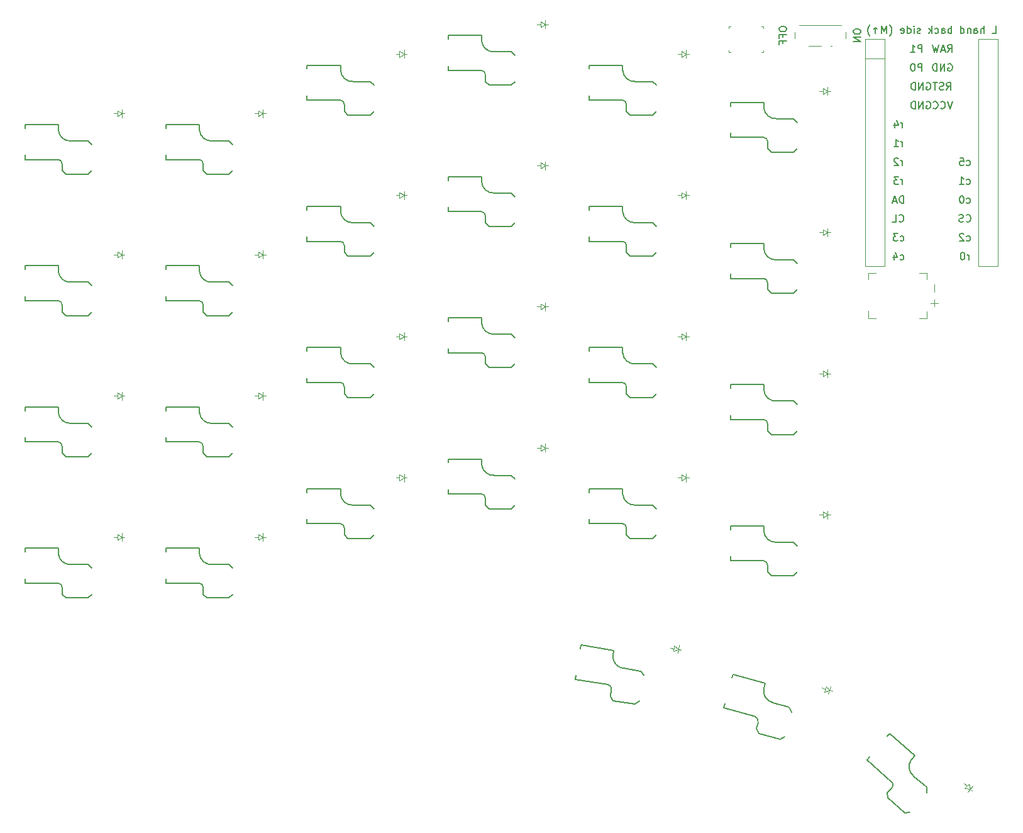
<source format=gbr>
%TF.GenerationSoftware,KiCad,Pcbnew,9.0.6*%
%TF.CreationDate,2026-01-10T00:21:17+01:00*%
%TF.ProjectId,shoedler54,73686f65-646c-4657-9235-342e6b696361,v1.0.0*%
%TF.SameCoordinates,Original*%
%TF.FileFunction,Legend,Bot*%
%TF.FilePolarity,Positive*%
%FSLAX46Y46*%
G04 Gerber Fmt 4.6, Leading zero omitted, Abs format (unit mm)*
G04 Created by KiCad (PCBNEW 9.0.6) date 2026-01-10 00:21:17*
%MOMM*%
%LPD*%
G01*
G04 APERTURE LIST*
%ADD10C,0.150000*%
%ADD11C,0.100000*%
%ADD12C,0.120000*%
G04 APERTURE END LIST*
D10*
X244554819Y-81547619D02*
X244554819Y-81738095D01*
X244554819Y-81738095D02*
X244602438Y-81833333D01*
X244602438Y-81833333D02*
X244697676Y-81928571D01*
X244697676Y-81928571D02*
X244888152Y-81976190D01*
X244888152Y-81976190D02*
X245221485Y-81976190D01*
X245221485Y-81976190D02*
X245411961Y-81928571D01*
X245411961Y-81928571D02*
X245507200Y-81833333D01*
X245507200Y-81833333D02*
X245554819Y-81738095D01*
X245554819Y-81738095D02*
X245554819Y-81547619D01*
X245554819Y-81547619D02*
X245507200Y-81452381D01*
X245507200Y-81452381D02*
X245411961Y-81357143D01*
X245411961Y-81357143D02*
X245221485Y-81309524D01*
X245221485Y-81309524D02*
X244888152Y-81309524D01*
X244888152Y-81309524D02*
X244697676Y-81357143D01*
X244697676Y-81357143D02*
X244602438Y-81452381D01*
X244602438Y-81452381D02*
X244554819Y-81547619D01*
X245031009Y-82738095D02*
X245031009Y-82404762D01*
X245554819Y-82404762D02*
X244554819Y-82404762D01*
X244554819Y-82404762D02*
X244554819Y-82880952D01*
X245031009Y-83595238D02*
X245031009Y-83261905D01*
X245554819Y-83261905D02*
X244554819Y-83261905D01*
X244554819Y-83261905D02*
X244554819Y-83738095D01*
X254554819Y-81880952D02*
X254554819Y-82071428D01*
X254554819Y-82071428D02*
X254602438Y-82166666D01*
X254602438Y-82166666D02*
X254697676Y-82261904D01*
X254697676Y-82261904D02*
X254888152Y-82309523D01*
X254888152Y-82309523D02*
X255221485Y-82309523D01*
X255221485Y-82309523D02*
X255411961Y-82261904D01*
X255411961Y-82261904D02*
X255507200Y-82166666D01*
X255507200Y-82166666D02*
X255554819Y-82071428D01*
X255554819Y-82071428D02*
X255554819Y-81880952D01*
X255554819Y-81880952D02*
X255507200Y-81785714D01*
X255507200Y-81785714D02*
X255411961Y-81690476D01*
X255411961Y-81690476D02*
X255221485Y-81642857D01*
X255221485Y-81642857D02*
X254888152Y-81642857D01*
X254888152Y-81642857D02*
X254697676Y-81690476D01*
X254697676Y-81690476D02*
X254602438Y-81785714D01*
X254602438Y-81785714D02*
X254554819Y-81880952D01*
X255554819Y-82738095D02*
X254554819Y-82738095D01*
X254554819Y-82738095D02*
X255554819Y-83309523D01*
X255554819Y-83309523D02*
X254554819Y-83309523D01*
X269808095Y-105027200D02*
X269903333Y-105074819D01*
X269903333Y-105074819D02*
X270093809Y-105074819D01*
X270093809Y-105074819D02*
X270189047Y-105027200D01*
X270189047Y-105027200D02*
X270236666Y-104979580D01*
X270236666Y-104979580D02*
X270284285Y-104884342D01*
X270284285Y-104884342D02*
X270284285Y-104598628D01*
X270284285Y-104598628D02*
X270236666Y-104503390D01*
X270236666Y-104503390D02*
X270189047Y-104455771D01*
X270189047Y-104455771D02*
X270093809Y-104408152D01*
X270093809Y-104408152D02*
X269903333Y-104408152D01*
X269903333Y-104408152D02*
X269808095Y-104455771D01*
X269189047Y-104074819D02*
X269093809Y-104074819D01*
X269093809Y-104074819D02*
X268998571Y-104122438D01*
X268998571Y-104122438D02*
X268950952Y-104170057D01*
X268950952Y-104170057D02*
X268903333Y-104265295D01*
X268903333Y-104265295D02*
X268855714Y-104455771D01*
X268855714Y-104455771D02*
X268855714Y-104693866D01*
X268855714Y-104693866D02*
X268903333Y-104884342D01*
X268903333Y-104884342D02*
X268950952Y-104979580D01*
X268950952Y-104979580D02*
X268998571Y-105027200D01*
X268998571Y-105027200D02*
X269093809Y-105074819D01*
X269093809Y-105074819D02*
X269189047Y-105074819D01*
X269189047Y-105074819D02*
X269284285Y-105027200D01*
X269284285Y-105027200D02*
X269331904Y-104979580D01*
X269331904Y-104979580D02*
X269379523Y-104884342D01*
X269379523Y-104884342D02*
X269427142Y-104693866D01*
X269427142Y-104693866D02*
X269427142Y-104455771D01*
X269427142Y-104455771D02*
X269379523Y-104265295D01*
X269379523Y-104265295D02*
X269331904Y-104170057D01*
X269331904Y-104170057D02*
X269284285Y-104122438D01*
X269284285Y-104122438D02*
X269189047Y-104074819D01*
X260868095Y-110107200D02*
X260963333Y-110154819D01*
X260963333Y-110154819D02*
X261153809Y-110154819D01*
X261153809Y-110154819D02*
X261249047Y-110107200D01*
X261249047Y-110107200D02*
X261296666Y-110059580D01*
X261296666Y-110059580D02*
X261344285Y-109964342D01*
X261344285Y-109964342D02*
X261344285Y-109678628D01*
X261344285Y-109678628D02*
X261296666Y-109583390D01*
X261296666Y-109583390D02*
X261249047Y-109535771D01*
X261249047Y-109535771D02*
X261153809Y-109488152D01*
X261153809Y-109488152D02*
X260963333Y-109488152D01*
X260963333Y-109488152D02*
X260868095Y-109535771D01*
X260534761Y-109154819D02*
X259915714Y-109154819D01*
X259915714Y-109154819D02*
X260249047Y-109535771D01*
X260249047Y-109535771D02*
X260106190Y-109535771D01*
X260106190Y-109535771D02*
X260010952Y-109583390D01*
X260010952Y-109583390D02*
X259963333Y-109631009D01*
X259963333Y-109631009D02*
X259915714Y-109726247D01*
X259915714Y-109726247D02*
X259915714Y-109964342D01*
X259915714Y-109964342D02*
X259963333Y-110059580D01*
X259963333Y-110059580D02*
X260010952Y-110107200D01*
X260010952Y-110107200D02*
X260106190Y-110154819D01*
X260106190Y-110154819D02*
X260391904Y-110154819D01*
X260391904Y-110154819D02*
X260487142Y-110107200D01*
X260487142Y-110107200D02*
X260534761Y-110059580D01*
X261177618Y-102534819D02*
X261177618Y-101868152D01*
X261177618Y-102058628D02*
X261129999Y-101963390D01*
X261129999Y-101963390D02*
X261082380Y-101915771D01*
X261082380Y-101915771D02*
X260987142Y-101868152D01*
X260987142Y-101868152D02*
X260891904Y-101868152D01*
X260653808Y-101534819D02*
X260034761Y-101534819D01*
X260034761Y-101534819D02*
X260368094Y-101915771D01*
X260368094Y-101915771D02*
X260225237Y-101915771D01*
X260225237Y-101915771D02*
X260129999Y-101963390D01*
X260129999Y-101963390D02*
X260082380Y-102011009D01*
X260082380Y-102011009D02*
X260034761Y-102106247D01*
X260034761Y-102106247D02*
X260034761Y-102344342D01*
X260034761Y-102344342D02*
X260082380Y-102439580D01*
X260082380Y-102439580D02*
X260129999Y-102487200D01*
X260129999Y-102487200D02*
X260225237Y-102534819D01*
X260225237Y-102534819D02*
X260510951Y-102534819D01*
X260510951Y-102534819D02*
X260606189Y-102487200D01*
X260606189Y-102487200D02*
X260653808Y-102439580D01*
X263798094Y-87294819D02*
X263798094Y-86294819D01*
X263798094Y-86294819D02*
X263417142Y-86294819D01*
X263417142Y-86294819D02*
X263321904Y-86342438D01*
X263321904Y-86342438D02*
X263274285Y-86390057D01*
X263274285Y-86390057D02*
X263226666Y-86485295D01*
X263226666Y-86485295D02*
X263226666Y-86628152D01*
X263226666Y-86628152D02*
X263274285Y-86723390D01*
X263274285Y-86723390D02*
X263321904Y-86771009D01*
X263321904Y-86771009D02*
X263417142Y-86818628D01*
X263417142Y-86818628D02*
X263798094Y-86818628D01*
X262607618Y-86294819D02*
X262512380Y-86294819D01*
X262512380Y-86294819D02*
X262417142Y-86342438D01*
X262417142Y-86342438D02*
X262369523Y-86390057D01*
X262369523Y-86390057D02*
X262321904Y-86485295D01*
X262321904Y-86485295D02*
X262274285Y-86675771D01*
X262274285Y-86675771D02*
X262274285Y-86913866D01*
X262274285Y-86913866D02*
X262321904Y-87104342D01*
X262321904Y-87104342D02*
X262369523Y-87199580D01*
X262369523Y-87199580D02*
X262417142Y-87247200D01*
X262417142Y-87247200D02*
X262512380Y-87294819D01*
X262512380Y-87294819D02*
X262607618Y-87294819D01*
X262607618Y-87294819D02*
X262702856Y-87247200D01*
X262702856Y-87247200D02*
X262750475Y-87199580D01*
X262750475Y-87199580D02*
X262798094Y-87104342D01*
X262798094Y-87104342D02*
X262845713Y-86913866D01*
X262845713Y-86913866D02*
X262845713Y-86675771D01*
X262845713Y-86675771D02*
X262798094Y-86485295D01*
X262798094Y-86485295D02*
X262750475Y-86390057D01*
X262750475Y-86390057D02*
X262702856Y-86342438D01*
X262702856Y-86342438D02*
X262607618Y-86294819D01*
X269736666Y-107519580D02*
X269784285Y-107567200D01*
X269784285Y-107567200D02*
X269927142Y-107614819D01*
X269927142Y-107614819D02*
X270022380Y-107614819D01*
X270022380Y-107614819D02*
X270165237Y-107567200D01*
X270165237Y-107567200D02*
X270260475Y-107471961D01*
X270260475Y-107471961D02*
X270308094Y-107376723D01*
X270308094Y-107376723D02*
X270355713Y-107186247D01*
X270355713Y-107186247D02*
X270355713Y-107043390D01*
X270355713Y-107043390D02*
X270308094Y-106852914D01*
X270308094Y-106852914D02*
X270260475Y-106757676D01*
X270260475Y-106757676D02*
X270165237Y-106662438D01*
X270165237Y-106662438D02*
X270022380Y-106614819D01*
X270022380Y-106614819D02*
X269927142Y-106614819D01*
X269927142Y-106614819D02*
X269784285Y-106662438D01*
X269784285Y-106662438D02*
X269736666Y-106710057D01*
X269355713Y-107567200D02*
X269212856Y-107614819D01*
X269212856Y-107614819D02*
X268974761Y-107614819D01*
X268974761Y-107614819D02*
X268879523Y-107567200D01*
X268879523Y-107567200D02*
X268831904Y-107519580D01*
X268831904Y-107519580D02*
X268784285Y-107424342D01*
X268784285Y-107424342D02*
X268784285Y-107329104D01*
X268784285Y-107329104D02*
X268831904Y-107233866D01*
X268831904Y-107233866D02*
X268879523Y-107186247D01*
X268879523Y-107186247D02*
X268974761Y-107138628D01*
X268974761Y-107138628D02*
X269165237Y-107091009D01*
X269165237Y-107091009D02*
X269260475Y-107043390D01*
X269260475Y-107043390D02*
X269308094Y-106995771D01*
X269308094Y-106995771D02*
X269355713Y-106900533D01*
X269355713Y-106900533D02*
X269355713Y-106805295D01*
X269355713Y-106805295D02*
X269308094Y-106710057D01*
X269308094Y-106710057D02*
X269260475Y-106662438D01*
X269260475Y-106662438D02*
X269165237Y-106614819D01*
X269165237Y-106614819D02*
X268927142Y-106614819D01*
X268927142Y-106614819D02*
X268784285Y-106662438D01*
X267097619Y-89834819D02*
X267430952Y-89358628D01*
X267669047Y-89834819D02*
X267669047Y-88834819D01*
X267669047Y-88834819D02*
X267288095Y-88834819D01*
X267288095Y-88834819D02*
X267192857Y-88882438D01*
X267192857Y-88882438D02*
X267145238Y-88930057D01*
X267145238Y-88930057D02*
X267097619Y-89025295D01*
X267097619Y-89025295D02*
X267097619Y-89168152D01*
X267097619Y-89168152D02*
X267145238Y-89263390D01*
X267145238Y-89263390D02*
X267192857Y-89311009D01*
X267192857Y-89311009D02*
X267288095Y-89358628D01*
X267288095Y-89358628D02*
X267669047Y-89358628D01*
X266716666Y-89787200D02*
X266573809Y-89834819D01*
X266573809Y-89834819D02*
X266335714Y-89834819D01*
X266335714Y-89834819D02*
X266240476Y-89787200D01*
X266240476Y-89787200D02*
X266192857Y-89739580D01*
X266192857Y-89739580D02*
X266145238Y-89644342D01*
X266145238Y-89644342D02*
X266145238Y-89549104D01*
X266145238Y-89549104D02*
X266192857Y-89453866D01*
X266192857Y-89453866D02*
X266240476Y-89406247D01*
X266240476Y-89406247D02*
X266335714Y-89358628D01*
X266335714Y-89358628D02*
X266526190Y-89311009D01*
X266526190Y-89311009D02*
X266621428Y-89263390D01*
X266621428Y-89263390D02*
X266669047Y-89215771D01*
X266669047Y-89215771D02*
X266716666Y-89120533D01*
X266716666Y-89120533D02*
X266716666Y-89025295D01*
X266716666Y-89025295D02*
X266669047Y-88930057D01*
X266669047Y-88930057D02*
X266621428Y-88882438D01*
X266621428Y-88882438D02*
X266526190Y-88834819D01*
X266526190Y-88834819D02*
X266288095Y-88834819D01*
X266288095Y-88834819D02*
X266145238Y-88882438D01*
X265859523Y-88834819D02*
X265288095Y-88834819D01*
X265573809Y-89834819D02*
X265573809Y-88834819D01*
X269808095Y-110107200D02*
X269903333Y-110154819D01*
X269903333Y-110154819D02*
X270093809Y-110154819D01*
X270093809Y-110154819D02*
X270189047Y-110107200D01*
X270189047Y-110107200D02*
X270236666Y-110059580D01*
X270236666Y-110059580D02*
X270284285Y-109964342D01*
X270284285Y-109964342D02*
X270284285Y-109678628D01*
X270284285Y-109678628D02*
X270236666Y-109583390D01*
X270236666Y-109583390D02*
X270189047Y-109535771D01*
X270189047Y-109535771D02*
X270093809Y-109488152D01*
X270093809Y-109488152D02*
X269903333Y-109488152D01*
X269903333Y-109488152D02*
X269808095Y-109535771D01*
X269427142Y-109250057D02*
X269379523Y-109202438D01*
X269379523Y-109202438D02*
X269284285Y-109154819D01*
X269284285Y-109154819D02*
X269046190Y-109154819D01*
X269046190Y-109154819D02*
X268950952Y-109202438D01*
X268950952Y-109202438D02*
X268903333Y-109250057D01*
X268903333Y-109250057D02*
X268855714Y-109345295D01*
X268855714Y-109345295D02*
X268855714Y-109440533D01*
X268855714Y-109440533D02*
X268903333Y-109583390D01*
X268903333Y-109583390D02*
X269474761Y-110154819D01*
X269474761Y-110154819D02*
X268855714Y-110154819D01*
X263798094Y-84754819D02*
X263798094Y-83754819D01*
X263798094Y-83754819D02*
X263417142Y-83754819D01*
X263417142Y-83754819D02*
X263321904Y-83802438D01*
X263321904Y-83802438D02*
X263274285Y-83850057D01*
X263274285Y-83850057D02*
X263226666Y-83945295D01*
X263226666Y-83945295D02*
X263226666Y-84088152D01*
X263226666Y-84088152D02*
X263274285Y-84183390D01*
X263274285Y-84183390D02*
X263321904Y-84231009D01*
X263321904Y-84231009D02*
X263417142Y-84278628D01*
X263417142Y-84278628D02*
X263798094Y-84278628D01*
X262274285Y-84754819D02*
X262845713Y-84754819D01*
X262559999Y-84754819D02*
X262559999Y-83754819D01*
X262559999Y-83754819D02*
X262655237Y-83897676D01*
X262655237Y-83897676D02*
X262750475Y-83992914D01*
X262750475Y-83992914D02*
X262845713Y-84040533D01*
X261177618Y-97454819D02*
X261177618Y-96788152D01*
X261177618Y-96978628D02*
X261129999Y-96883390D01*
X261129999Y-96883390D02*
X261082380Y-96835771D01*
X261082380Y-96835771D02*
X260987142Y-96788152D01*
X260987142Y-96788152D02*
X260891904Y-96788152D01*
X260034761Y-97454819D02*
X260606189Y-97454819D01*
X260320475Y-97454819D02*
X260320475Y-96454819D01*
X260320475Y-96454819D02*
X260415713Y-96597676D01*
X260415713Y-96597676D02*
X260510951Y-96692914D01*
X260510951Y-96692914D02*
X260606189Y-96740533D01*
X273242858Y-82209819D02*
X273719048Y-82209819D01*
X273719048Y-82209819D02*
X273719048Y-81209819D01*
X272147619Y-82209819D02*
X272147619Y-81209819D01*
X271719048Y-82209819D02*
X271719048Y-81686009D01*
X271719048Y-81686009D02*
X271766667Y-81590771D01*
X271766667Y-81590771D02*
X271861905Y-81543152D01*
X271861905Y-81543152D02*
X272004762Y-81543152D01*
X272004762Y-81543152D02*
X272100000Y-81590771D01*
X272100000Y-81590771D02*
X272147619Y-81638390D01*
X270814286Y-82209819D02*
X270814286Y-81686009D01*
X270814286Y-81686009D02*
X270861905Y-81590771D01*
X270861905Y-81590771D02*
X270957143Y-81543152D01*
X270957143Y-81543152D02*
X271147619Y-81543152D01*
X271147619Y-81543152D02*
X271242857Y-81590771D01*
X270814286Y-82162200D02*
X270909524Y-82209819D01*
X270909524Y-82209819D02*
X271147619Y-82209819D01*
X271147619Y-82209819D02*
X271242857Y-82162200D01*
X271242857Y-82162200D02*
X271290476Y-82066961D01*
X271290476Y-82066961D02*
X271290476Y-81971723D01*
X271290476Y-81971723D02*
X271242857Y-81876485D01*
X271242857Y-81876485D02*
X271147619Y-81828866D01*
X271147619Y-81828866D02*
X270909524Y-81828866D01*
X270909524Y-81828866D02*
X270814286Y-81781247D01*
X270338095Y-81543152D02*
X270338095Y-82209819D01*
X270338095Y-81638390D02*
X270290476Y-81590771D01*
X270290476Y-81590771D02*
X270195238Y-81543152D01*
X270195238Y-81543152D02*
X270052381Y-81543152D01*
X270052381Y-81543152D02*
X269957143Y-81590771D01*
X269957143Y-81590771D02*
X269909524Y-81686009D01*
X269909524Y-81686009D02*
X269909524Y-82209819D01*
X269004762Y-82209819D02*
X269004762Y-81209819D01*
X269004762Y-82162200D02*
X269100000Y-82209819D01*
X269100000Y-82209819D02*
X269290476Y-82209819D01*
X269290476Y-82209819D02*
X269385714Y-82162200D01*
X269385714Y-82162200D02*
X269433333Y-82114580D01*
X269433333Y-82114580D02*
X269480952Y-82019342D01*
X269480952Y-82019342D02*
X269480952Y-81733628D01*
X269480952Y-81733628D02*
X269433333Y-81638390D01*
X269433333Y-81638390D02*
X269385714Y-81590771D01*
X269385714Y-81590771D02*
X269290476Y-81543152D01*
X269290476Y-81543152D02*
X269100000Y-81543152D01*
X269100000Y-81543152D02*
X269004762Y-81590771D01*
X267766666Y-82209819D02*
X267766666Y-81209819D01*
X267766666Y-81590771D02*
X267671428Y-81543152D01*
X267671428Y-81543152D02*
X267480952Y-81543152D01*
X267480952Y-81543152D02*
X267385714Y-81590771D01*
X267385714Y-81590771D02*
X267338095Y-81638390D01*
X267338095Y-81638390D02*
X267290476Y-81733628D01*
X267290476Y-81733628D02*
X267290476Y-82019342D01*
X267290476Y-82019342D02*
X267338095Y-82114580D01*
X267338095Y-82114580D02*
X267385714Y-82162200D01*
X267385714Y-82162200D02*
X267480952Y-82209819D01*
X267480952Y-82209819D02*
X267671428Y-82209819D01*
X267671428Y-82209819D02*
X267766666Y-82162200D01*
X266433333Y-82209819D02*
X266433333Y-81686009D01*
X266433333Y-81686009D02*
X266480952Y-81590771D01*
X266480952Y-81590771D02*
X266576190Y-81543152D01*
X266576190Y-81543152D02*
X266766666Y-81543152D01*
X266766666Y-81543152D02*
X266861904Y-81590771D01*
X266433333Y-82162200D02*
X266528571Y-82209819D01*
X266528571Y-82209819D02*
X266766666Y-82209819D01*
X266766666Y-82209819D02*
X266861904Y-82162200D01*
X266861904Y-82162200D02*
X266909523Y-82066961D01*
X266909523Y-82066961D02*
X266909523Y-81971723D01*
X266909523Y-81971723D02*
X266861904Y-81876485D01*
X266861904Y-81876485D02*
X266766666Y-81828866D01*
X266766666Y-81828866D02*
X266528571Y-81828866D01*
X266528571Y-81828866D02*
X266433333Y-81781247D01*
X265528571Y-82162200D02*
X265623809Y-82209819D01*
X265623809Y-82209819D02*
X265814285Y-82209819D01*
X265814285Y-82209819D02*
X265909523Y-82162200D01*
X265909523Y-82162200D02*
X265957142Y-82114580D01*
X265957142Y-82114580D02*
X266004761Y-82019342D01*
X266004761Y-82019342D02*
X266004761Y-81733628D01*
X266004761Y-81733628D02*
X265957142Y-81638390D01*
X265957142Y-81638390D02*
X265909523Y-81590771D01*
X265909523Y-81590771D02*
X265814285Y-81543152D01*
X265814285Y-81543152D02*
X265623809Y-81543152D01*
X265623809Y-81543152D02*
X265528571Y-81590771D01*
X265099999Y-82209819D02*
X265099999Y-81209819D01*
X265004761Y-81828866D02*
X264719047Y-82209819D01*
X264719047Y-81543152D02*
X265099999Y-81924104D01*
X263576189Y-82162200D02*
X263480951Y-82209819D01*
X263480951Y-82209819D02*
X263290475Y-82209819D01*
X263290475Y-82209819D02*
X263195237Y-82162200D01*
X263195237Y-82162200D02*
X263147618Y-82066961D01*
X263147618Y-82066961D02*
X263147618Y-82019342D01*
X263147618Y-82019342D02*
X263195237Y-81924104D01*
X263195237Y-81924104D02*
X263290475Y-81876485D01*
X263290475Y-81876485D02*
X263433332Y-81876485D01*
X263433332Y-81876485D02*
X263528570Y-81828866D01*
X263528570Y-81828866D02*
X263576189Y-81733628D01*
X263576189Y-81733628D02*
X263576189Y-81686009D01*
X263576189Y-81686009D02*
X263528570Y-81590771D01*
X263528570Y-81590771D02*
X263433332Y-81543152D01*
X263433332Y-81543152D02*
X263290475Y-81543152D01*
X263290475Y-81543152D02*
X263195237Y-81590771D01*
X262719046Y-82209819D02*
X262719046Y-81543152D01*
X262719046Y-81209819D02*
X262766665Y-81257438D01*
X262766665Y-81257438D02*
X262719046Y-81305057D01*
X262719046Y-81305057D02*
X262671427Y-81257438D01*
X262671427Y-81257438D02*
X262719046Y-81209819D01*
X262719046Y-81209819D02*
X262719046Y-81305057D01*
X261814285Y-82209819D02*
X261814285Y-81209819D01*
X261814285Y-82162200D02*
X261909523Y-82209819D01*
X261909523Y-82209819D02*
X262099999Y-82209819D01*
X262099999Y-82209819D02*
X262195237Y-82162200D01*
X262195237Y-82162200D02*
X262242856Y-82114580D01*
X262242856Y-82114580D02*
X262290475Y-82019342D01*
X262290475Y-82019342D02*
X262290475Y-81733628D01*
X262290475Y-81733628D02*
X262242856Y-81638390D01*
X262242856Y-81638390D02*
X262195237Y-81590771D01*
X262195237Y-81590771D02*
X262099999Y-81543152D01*
X262099999Y-81543152D02*
X261909523Y-81543152D01*
X261909523Y-81543152D02*
X261814285Y-81590771D01*
X260957142Y-82162200D02*
X261052380Y-82209819D01*
X261052380Y-82209819D02*
X261242856Y-82209819D01*
X261242856Y-82209819D02*
X261338094Y-82162200D01*
X261338094Y-82162200D02*
X261385713Y-82066961D01*
X261385713Y-82066961D02*
X261385713Y-81686009D01*
X261385713Y-81686009D02*
X261338094Y-81590771D01*
X261338094Y-81590771D02*
X261242856Y-81543152D01*
X261242856Y-81543152D02*
X261052380Y-81543152D01*
X261052380Y-81543152D02*
X260957142Y-81590771D01*
X260957142Y-81590771D02*
X260909523Y-81686009D01*
X260909523Y-81686009D02*
X260909523Y-81781247D01*
X260909523Y-81781247D02*
X261385713Y-81876485D01*
X259433332Y-82590771D02*
X259480951Y-82543152D01*
X259480951Y-82543152D02*
X259576189Y-82400295D01*
X259576189Y-82400295D02*
X259623808Y-82305057D01*
X259623808Y-82305057D02*
X259671427Y-82162200D01*
X259671427Y-82162200D02*
X259719046Y-81924104D01*
X259719046Y-81924104D02*
X259719046Y-81733628D01*
X259719046Y-81733628D02*
X259671427Y-81495533D01*
X259671427Y-81495533D02*
X259623808Y-81352676D01*
X259623808Y-81352676D02*
X259576189Y-81257438D01*
X259576189Y-81257438D02*
X259480951Y-81114580D01*
X259480951Y-81114580D02*
X259433332Y-81066961D01*
X259052379Y-82209819D02*
X259052379Y-81209819D01*
X259052379Y-81209819D02*
X258719046Y-81924104D01*
X258719046Y-81924104D02*
X258385713Y-81209819D01*
X258385713Y-81209819D02*
X258385713Y-82209819D01*
X257528570Y-82209819D02*
X257528570Y-81447914D01*
X257719046Y-81638390D02*
X257528570Y-81447914D01*
X257528570Y-81447914D02*
X257338094Y-81638390D01*
X256766665Y-82590771D02*
X256719046Y-82543152D01*
X256719046Y-82543152D02*
X256623808Y-82400295D01*
X256623808Y-82400295D02*
X256576189Y-82305057D01*
X256576189Y-82305057D02*
X256528570Y-82162200D01*
X256528570Y-82162200D02*
X256480951Y-81924104D01*
X256480951Y-81924104D02*
X256480951Y-81733628D01*
X256480951Y-81733628D02*
X256528570Y-81495533D01*
X256528570Y-81495533D02*
X256576189Y-81352676D01*
X256576189Y-81352676D02*
X256623808Y-81257438D01*
X256623808Y-81257438D02*
X256719046Y-81114580D01*
X256719046Y-81114580D02*
X256766665Y-81066961D01*
X267240476Y-84754819D02*
X267573809Y-84278628D01*
X267811904Y-84754819D02*
X267811904Y-83754819D01*
X267811904Y-83754819D02*
X267430952Y-83754819D01*
X267430952Y-83754819D02*
X267335714Y-83802438D01*
X267335714Y-83802438D02*
X267288095Y-83850057D01*
X267288095Y-83850057D02*
X267240476Y-83945295D01*
X267240476Y-83945295D02*
X267240476Y-84088152D01*
X267240476Y-84088152D02*
X267288095Y-84183390D01*
X267288095Y-84183390D02*
X267335714Y-84231009D01*
X267335714Y-84231009D02*
X267430952Y-84278628D01*
X267430952Y-84278628D02*
X267811904Y-84278628D01*
X266859523Y-84469104D02*
X266383333Y-84469104D01*
X266954761Y-84754819D02*
X266621428Y-83754819D01*
X266621428Y-83754819D02*
X266288095Y-84754819D01*
X266049999Y-83754819D02*
X265811904Y-84754819D01*
X265811904Y-84754819D02*
X265621428Y-84040533D01*
X265621428Y-84040533D02*
X265430952Y-84754819D01*
X265430952Y-84754819D02*
X265192857Y-83754819D01*
X267311904Y-86342438D02*
X267407142Y-86294819D01*
X267407142Y-86294819D02*
X267549999Y-86294819D01*
X267549999Y-86294819D02*
X267692856Y-86342438D01*
X267692856Y-86342438D02*
X267788094Y-86437676D01*
X267788094Y-86437676D02*
X267835713Y-86532914D01*
X267835713Y-86532914D02*
X267883332Y-86723390D01*
X267883332Y-86723390D02*
X267883332Y-86866247D01*
X267883332Y-86866247D02*
X267835713Y-87056723D01*
X267835713Y-87056723D02*
X267788094Y-87151961D01*
X267788094Y-87151961D02*
X267692856Y-87247200D01*
X267692856Y-87247200D02*
X267549999Y-87294819D01*
X267549999Y-87294819D02*
X267454761Y-87294819D01*
X267454761Y-87294819D02*
X267311904Y-87247200D01*
X267311904Y-87247200D02*
X267264285Y-87199580D01*
X267264285Y-87199580D02*
X267264285Y-86866247D01*
X267264285Y-86866247D02*
X267454761Y-86866247D01*
X266835713Y-87294819D02*
X266835713Y-86294819D01*
X266835713Y-86294819D02*
X266264285Y-87294819D01*
X266264285Y-87294819D02*
X266264285Y-86294819D01*
X265788094Y-87294819D02*
X265788094Y-86294819D01*
X265788094Y-86294819D02*
X265549999Y-86294819D01*
X265549999Y-86294819D02*
X265407142Y-86342438D01*
X265407142Y-86342438D02*
X265311904Y-86437676D01*
X265311904Y-86437676D02*
X265264285Y-86532914D01*
X265264285Y-86532914D02*
X265216666Y-86723390D01*
X265216666Y-86723390D02*
X265216666Y-86866247D01*
X265216666Y-86866247D02*
X265264285Y-87056723D01*
X265264285Y-87056723D02*
X265311904Y-87151961D01*
X265311904Y-87151961D02*
X265407142Y-87247200D01*
X265407142Y-87247200D02*
X265549999Y-87294819D01*
X265549999Y-87294819D02*
X265788094Y-87294819D01*
X261320475Y-105074819D02*
X261320475Y-104074819D01*
X261320475Y-104074819D02*
X261082380Y-104074819D01*
X261082380Y-104074819D02*
X260939523Y-104122438D01*
X260939523Y-104122438D02*
X260844285Y-104217676D01*
X260844285Y-104217676D02*
X260796666Y-104312914D01*
X260796666Y-104312914D02*
X260749047Y-104503390D01*
X260749047Y-104503390D02*
X260749047Y-104646247D01*
X260749047Y-104646247D02*
X260796666Y-104836723D01*
X260796666Y-104836723D02*
X260844285Y-104931961D01*
X260844285Y-104931961D02*
X260939523Y-105027200D01*
X260939523Y-105027200D02*
X261082380Y-105074819D01*
X261082380Y-105074819D02*
X261320475Y-105074819D01*
X260368094Y-104789104D02*
X259891904Y-104789104D01*
X260463332Y-105074819D02*
X260129999Y-104074819D01*
X260129999Y-104074819D02*
X259796666Y-105074819D01*
X261177618Y-94914819D02*
X261177618Y-94248152D01*
X261177618Y-94438628D02*
X261129999Y-94343390D01*
X261129999Y-94343390D02*
X261082380Y-94295771D01*
X261082380Y-94295771D02*
X260987142Y-94248152D01*
X260987142Y-94248152D02*
X260891904Y-94248152D01*
X260129999Y-94248152D02*
X260129999Y-94914819D01*
X260368094Y-93867200D02*
X260606189Y-94581485D01*
X260606189Y-94581485D02*
X259987142Y-94581485D01*
X260725238Y-107519580D02*
X260772857Y-107567200D01*
X260772857Y-107567200D02*
X260915714Y-107614819D01*
X260915714Y-107614819D02*
X261010952Y-107614819D01*
X261010952Y-107614819D02*
X261153809Y-107567200D01*
X261153809Y-107567200D02*
X261249047Y-107471961D01*
X261249047Y-107471961D02*
X261296666Y-107376723D01*
X261296666Y-107376723D02*
X261344285Y-107186247D01*
X261344285Y-107186247D02*
X261344285Y-107043390D01*
X261344285Y-107043390D02*
X261296666Y-106852914D01*
X261296666Y-106852914D02*
X261249047Y-106757676D01*
X261249047Y-106757676D02*
X261153809Y-106662438D01*
X261153809Y-106662438D02*
X261010952Y-106614819D01*
X261010952Y-106614819D02*
X260915714Y-106614819D01*
X260915714Y-106614819D02*
X260772857Y-106662438D01*
X260772857Y-106662438D02*
X260725238Y-106710057D01*
X259820476Y-107614819D02*
X260296666Y-107614819D01*
X260296666Y-107614819D02*
X260296666Y-106614819D01*
X260868095Y-112647200D02*
X260963333Y-112694819D01*
X260963333Y-112694819D02*
X261153809Y-112694819D01*
X261153809Y-112694819D02*
X261249047Y-112647200D01*
X261249047Y-112647200D02*
X261296666Y-112599580D01*
X261296666Y-112599580D02*
X261344285Y-112504342D01*
X261344285Y-112504342D02*
X261344285Y-112218628D01*
X261344285Y-112218628D02*
X261296666Y-112123390D01*
X261296666Y-112123390D02*
X261249047Y-112075771D01*
X261249047Y-112075771D02*
X261153809Y-112028152D01*
X261153809Y-112028152D02*
X260963333Y-112028152D01*
X260963333Y-112028152D02*
X260868095Y-112075771D01*
X260010952Y-112028152D02*
X260010952Y-112694819D01*
X260249047Y-111647200D02*
X260487142Y-112361485D01*
X260487142Y-112361485D02*
X259868095Y-112361485D01*
X269808095Y-99947200D02*
X269903333Y-99994819D01*
X269903333Y-99994819D02*
X270093809Y-99994819D01*
X270093809Y-99994819D02*
X270189047Y-99947200D01*
X270189047Y-99947200D02*
X270236666Y-99899580D01*
X270236666Y-99899580D02*
X270284285Y-99804342D01*
X270284285Y-99804342D02*
X270284285Y-99518628D01*
X270284285Y-99518628D02*
X270236666Y-99423390D01*
X270236666Y-99423390D02*
X270189047Y-99375771D01*
X270189047Y-99375771D02*
X270093809Y-99328152D01*
X270093809Y-99328152D02*
X269903333Y-99328152D01*
X269903333Y-99328152D02*
X269808095Y-99375771D01*
X268903333Y-98994819D02*
X269379523Y-98994819D01*
X269379523Y-98994819D02*
X269427142Y-99471009D01*
X269427142Y-99471009D02*
X269379523Y-99423390D01*
X269379523Y-99423390D02*
X269284285Y-99375771D01*
X269284285Y-99375771D02*
X269046190Y-99375771D01*
X269046190Y-99375771D02*
X268950952Y-99423390D01*
X268950952Y-99423390D02*
X268903333Y-99471009D01*
X268903333Y-99471009D02*
X268855714Y-99566247D01*
X268855714Y-99566247D02*
X268855714Y-99804342D01*
X268855714Y-99804342D02*
X268903333Y-99899580D01*
X268903333Y-99899580D02*
X268950952Y-99947200D01*
X268950952Y-99947200D02*
X269046190Y-99994819D01*
X269046190Y-99994819D02*
X269284285Y-99994819D01*
X269284285Y-99994819D02*
X269379523Y-99947200D01*
X269379523Y-99947200D02*
X269427142Y-99899580D01*
X264411904Y-91422438D02*
X264507142Y-91374819D01*
X264507142Y-91374819D02*
X264649999Y-91374819D01*
X264649999Y-91374819D02*
X264792856Y-91422438D01*
X264792856Y-91422438D02*
X264888094Y-91517676D01*
X264888094Y-91517676D02*
X264935713Y-91612914D01*
X264935713Y-91612914D02*
X264983332Y-91803390D01*
X264983332Y-91803390D02*
X264983332Y-91946247D01*
X264983332Y-91946247D02*
X264935713Y-92136723D01*
X264935713Y-92136723D02*
X264888094Y-92231961D01*
X264888094Y-92231961D02*
X264792856Y-92327200D01*
X264792856Y-92327200D02*
X264649999Y-92374819D01*
X264649999Y-92374819D02*
X264554761Y-92374819D01*
X264554761Y-92374819D02*
X264411904Y-92327200D01*
X264411904Y-92327200D02*
X264364285Y-92279580D01*
X264364285Y-92279580D02*
X264364285Y-91946247D01*
X264364285Y-91946247D02*
X264554761Y-91946247D01*
X263935713Y-92374819D02*
X263935713Y-91374819D01*
X263935713Y-91374819D02*
X263364285Y-92374819D01*
X263364285Y-92374819D02*
X263364285Y-91374819D01*
X262888094Y-92374819D02*
X262888094Y-91374819D01*
X262888094Y-91374819D02*
X262649999Y-91374819D01*
X262649999Y-91374819D02*
X262507142Y-91422438D01*
X262507142Y-91422438D02*
X262411904Y-91517676D01*
X262411904Y-91517676D02*
X262364285Y-91612914D01*
X262364285Y-91612914D02*
X262316666Y-91803390D01*
X262316666Y-91803390D02*
X262316666Y-91946247D01*
X262316666Y-91946247D02*
X262364285Y-92136723D01*
X262364285Y-92136723D02*
X262411904Y-92231961D01*
X262411904Y-92231961D02*
X262507142Y-92327200D01*
X262507142Y-92327200D02*
X262649999Y-92374819D01*
X262649999Y-92374819D02*
X262888094Y-92374819D01*
X270117618Y-112694819D02*
X270117618Y-112028152D01*
X270117618Y-112218628D02*
X270069999Y-112123390D01*
X270069999Y-112123390D02*
X270022380Y-112075771D01*
X270022380Y-112075771D02*
X269927142Y-112028152D01*
X269927142Y-112028152D02*
X269831904Y-112028152D01*
X269308094Y-111694819D02*
X269212856Y-111694819D01*
X269212856Y-111694819D02*
X269117618Y-111742438D01*
X269117618Y-111742438D02*
X269069999Y-111790057D01*
X269069999Y-111790057D02*
X269022380Y-111885295D01*
X269022380Y-111885295D02*
X268974761Y-112075771D01*
X268974761Y-112075771D02*
X268974761Y-112313866D01*
X268974761Y-112313866D02*
X269022380Y-112504342D01*
X269022380Y-112504342D02*
X269069999Y-112599580D01*
X269069999Y-112599580D02*
X269117618Y-112647200D01*
X269117618Y-112647200D02*
X269212856Y-112694819D01*
X269212856Y-112694819D02*
X269308094Y-112694819D01*
X269308094Y-112694819D02*
X269403332Y-112647200D01*
X269403332Y-112647200D02*
X269450951Y-112599580D01*
X269450951Y-112599580D02*
X269498570Y-112504342D01*
X269498570Y-112504342D02*
X269546189Y-112313866D01*
X269546189Y-112313866D02*
X269546189Y-112075771D01*
X269546189Y-112075771D02*
X269498570Y-111885295D01*
X269498570Y-111885295D02*
X269450951Y-111790057D01*
X269450951Y-111790057D02*
X269403332Y-111742438D01*
X269403332Y-111742438D02*
X269308094Y-111694819D01*
X269808095Y-102487200D02*
X269903333Y-102534819D01*
X269903333Y-102534819D02*
X270093809Y-102534819D01*
X270093809Y-102534819D02*
X270189047Y-102487200D01*
X270189047Y-102487200D02*
X270236666Y-102439580D01*
X270236666Y-102439580D02*
X270284285Y-102344342D01*
X270284285Y-102344342D02*
X270284285Y-102058628D01*
X270284285Y-102058628D02*
X270236666Y-101963390D01*
X270236666Y-101963390D02*
X270189047Y-101915771D01*
X270189047Y-101915771D02*
X270093809Y-101868152D01*
X270093809Y-101868152D02*
X269903333Y-101868152D01*
X269903333Y-101868152D02*
X269808095Y-101915771D01*
X268855714Y-102534819D02*
X269427142Y-102534819D01*
X269141428Y-102534819D02*
X269141428Y-101534819D01*
X269141428Y-101534819D02*
X269236666Y-101677676D01*
X269236666Y-101677676D02*
X269331904Y-101772914D01*
X269331904Y-101772914D02*
X269427142Y-101820533D01*
X261177618Y-99994819D02*
X261177618Y-99328152D01*
X261177618Y-99518628D02*
X261129999Y-99423390D01*
X261129999Y-99423390D02*
X261082380Y-99375771D01*
X261082380Y-99375771D02*
X260987142Y-99328152D01*
X260987142Y-99328152D02*
X260891904Y-99328152D01*
X260606189Y-99090057D02*
X260558570Y-99042438D01*
X260558570Y-99042438D02*
X260463332Y-98994819D01*
X260463332Y-98994819D02*
X260225237Y-98994819D01*
X260225237Y-98994819D02*
X260129999Y-99042438D01*
X260129999Y-99042438D02*
X260082380Y-99090057D01*
X260082380Y-99090057D02*
X260034761Y-99185295D01*
X260034761Y-99185295D02*
X260034761Y-99280533D01*
X260034761Y-99280533D02*
X260082380Y-99423390D01*
X260082380Y-99423390D02*
X260653808Y-99994819D01*
X260653808Y-99994819D02*
X260034761Y-99994819D01*
X267883332Y-91374819D02*
X267549999Y-92374819D01*
X267549999Y-92374819D02*
X267216666Y-91374819D01*
X266311904Y-92279580D02*
X266359523Y-92327200D01*
X266359523Y-92327200D02*
X266502380Y-92374819D01*
X266502380Y-92374819D02*
X266597618Y-92374819D01*
X266597618Y-92374819D02*
X266740475Y-92327200D01*
X266740475Y-92327200D02*
X266835713Y-92231961D01*
X266835713Y-92231961D02*
X266883332Y-92136723D01*
X266883332Y-92136723D02*
X266930951Y-91946247D01*
X266930951Y-91946247D02*
X266930951Y-91803390D01*
X266930951Y-91803390D02*
X266883332Y-91612914D01*
X266883332Y-91612914D02*
X266835713Y-91517676D01*
X266835713Y-91517676D02*
X266740475Y-91422438D01*
X266740475Y-91422438D02*
X266597618Y-91374819D01*
X266597618Y-91374819D02*
X266502380Y-91374819D01*
X266502380Y-91374819D02*
X266359523Y-91422438D01*
X266359523Y-91422438D02*
X266311904Y-91470057D01*
X265311904Y-92279580D02*
X265359523Y-92327200D01*
X265359523Y-92327200D02*
X265502380Y-92374819D01*
X265502380Y-92374819D02*
X265597618Y-92374819D01*
X265597618Y-92374819D02*
X265740475Y-92327200D01*
X265740475Y-92327200D02*
X265835713Y-92231961D01*
X265835713Y-92231961D02*
X265883332Y-92136723D01*
X265883332Y-92136723D02*
X265930951Y-91946247D01*
X265930951Y-91946247D02*
X265930951Y-91803390D01*
X265930951Y-91803390D02*
X265883332Y-91612914D01*
X265883332Y-91612914D02*
X265835713Y-91517676D01*
X265835713Y-91517676D02*
X265740475Y-91422438D01*
X265740475Y-91422438D02*
X265597618Y-91374819D01*
X265597618Y-91374819D02*
X265502380Y-91374819D01*
X265502380Y-91374819D02*
X265359523Y-91422438D01*
X265359523Y-91422438D02*
X265311904Y-91470057D01*
X264411904Y-88882438D02*
X264507142Y-88834819D01*
X264507142Y-88834819D02*
X264649999Y-88834819D01*
X264649999Y-88834819D02*
X264792856Y-88882438D01*
X264792856Y-88882438D02*
X264888094Y-88977676D01*
X264888094Y-88977676D02*
X264935713Y-89072914D01*
X264935713Y-89072914D02*
X264983332Y-89263390D01*
X264983332Y-89263390D02*
X264983332Y-89406247D01*
X264983332Y-89406247D02*
X264935713Y-89596723D01*
X264935713Y-89596723D02*
X264888094Y-89691961D01*
X264888094Y-89691961D02*
X264792856Y-89787200D01*
X264792856Y-89787200D02*
X264649999Y-89834819D01*
X264649999Y-89834819D02*
X264554761Y-89834819D01*
X264554761Y-89834819D02*
X264411904Y-89787200D01*
X264411904Y-89787200D02*
X264364285Y-89739580D01*
X264364285Y-89739580D02*
X264364285Y-89406247D01*
X264364285Y-89406247D02*
X264554761Y-89406247D01*
X263935713Y-89834819D02*
X263935713Y-88834819D01*
X263935713Y-88834819D02*
X263364285Y-89834819D01*
X263364285Y-89834819D02*
X263364285Y-88834819D01*
X262888094Y-89834819D02*
X262888094Y-88834819D01*
X262888094Y-88834819D02*
X262649999Y-88834819D01*
X262649999Y-88834819D02*
X262507142Y-88882438D01*
X262507142Y-88882438D02*
X262411904Y-88977676D01*
X262411904Y-88977676D02*
X262364285Y-89072914D01*
X262364285Y-89072914D02*
X262316666Y-89263390D01*
X262316666Y-89263390D02*
X262316666Y-89406247D01*
X262316666Y-89406247D02*
X262364285Y-89596723D01*
X262364285Y-89596723D02*
X262411904Y-89691961D01*
X262411904Y-89691961D02*
X262507142Y-89787200D01*
X262507142Y-89787200D02*
X262649999Y-89834819D01*
X262649999Y-89834819D02*
X262888094Y-89834819D01*
D11*
%TO.C,D26*%
X250635595Y-170828692D02*
X250856105Y-170059683D01*
X250745851Y-170444188D02*
X250265219Y-170306369D01*
X250856105Y-170059683D02*
X251322607Y-170609570D01*
X251322607Y-170609570D02*
X250635595Y-170828692D01*
X251322607Y-170609570D02*
X251171006Y-171138264D01*
X251322607Y-170609570D02*
X251474207Y-170080876D01*
X251707111Y-170719825D02*
X251322607Y-170609570D01*
%TO.C,D21*%
X250450000Y-146600000D02*
X251050000Y-147000000D01*
X250450000Y-147000000D02*
X249950000Y-147000000D01*
X250450000Y-147400000D02*
X250450000Y-146600000D01*
X251050000Y-147000000D02*
X250450000Y-147400000D01*
X251050000Y-147000000D02*
X251050000Y-146450000D01*
X251050000Y-147000000D02*
X251050000Y-147550000D01*
X251450000Y-147000000D02*
X251050000Y-147000000D01*
%TO.C,D7*%
X174450000Y-111600000D02*
X175050000Y-112000000D01*
X174450000Y-112000000D02*
X173950000Y-112000000D01*
X174450000Y-112400000D02*
X174450000Y-111600000D01*
X175050000Y-112000000D02*
X174450000Y-112400000D01*
X175050000Y-112000000D02*
X175050000Y-111450000D01*
X175050000Y-112000000D02*
X175050000Y-112550000D01*
X175450000Y-112000000D02*
X175050000Y-112000000D01*
%TO.C,D27*%
X269560803Y-183788750D02*
X270085650Y-183184982D01*
X269823227Y-183486866D02*
X269445872Y-183158837D01*
X270085650Y-183184982D02*
X270276052Y-183880502D01*
X270276052Y-183880502D02*
X269560803Y-183788750D01*
X270276052Y-183880502D02*
X269915220Y-184295592D01*
X270276052Y-183880502D02*
X270636885Y-183465411D01*
X270577936Y-184142925D02*
X270276052Y-183880502D01*
%TO.C,D19*%
X231450000Y-103600000D02*
X232050000Y-104000000D01*
X231450000Y-104000000D02*
X230950000Y-104000000D01*
X231450000Y-104400000D02*
X231450000Y-103600000D01*
X232050000Y-104000000D02*
X231450000Y-104400000D01*
X232050000Y-104000000D02*
X232050000Y-103450000D01*
X232050000Y-104000000D02*
X232050000Y-104550000D01*
X232450000Y-104000000D02*
X232050000Y-104000000D01*
%TO.C,D1*%
X155450000Y-149600000D02*
X156050000Y-150000000D01*
X155450000Y-150000000D02*
X154950000Y-150000000D01*
X155450000Y-150400000D02*
X155450000Y-149600000D01*
X156050000Y-150000000D02*
X155450000Y-150400000D01*
X156050000Y-150000000D02*
X156050000Y-149450000D01*
X156050000Y-150000000D02*
X156050000Y-150550000D01*
X156450000Y-150000000D02*
X156050000Y-150000000D01*
%TO.C,D8*%
X174450000Y-92600000D02*
X175050000Y-93000000D01*
X174450000Y-93000000D02*
X173950000Y-93000000D01*
X174450000Y-93400000D02*
X174450000Y-92600000D01*
X175050000Y-93000000D02*
X174450000Y-93400000D01*
X175050000Y-93000000D02*
X175050000Y-92450000D01*
X175050000Y-93000000D02*
X175050000Y-93550000D01*
X175450000Y-93000000D02*
X175050000Y-93000000D01*
%TO.C,D23*%
X250450000Y-108600000D02*
X251050000Y-109000000D01*
X250450000Y-109000000D02*
X249950000Y-109000000D01*
X250450000Y-109400000D02*
X250450000Y-108600000D01*
X251050000Y-109000000D02*
X250450000Y-109400000D01*
X251050000Y-109000000D02*
X251050000Y-108450000D01*
X251050000Y-109000000D02*
X251050000Y-109550000D01*
X251450000Y-109000000D02*
X251050000Y-109000000D01*
D12*
%TO.C,PWR1*%
X246650000Y-82875000D02*
X246650000Y-82085000D01*
X247250000Y-81075000D02*
X252950000Y-81075000D01*
X248500000Y-83925000D02*
X250200000Y-83925000D01*
X251500000Y-83925000D02*
X251700000Y-83925000D01*
X253550000Y-82085000D02*
X253550000Y-82875000D01*
D11*
%TO.C,D15*%
X212450000Y-99600000D02*
X213050000Y-100000000D01*
X212450000Y-100000000D02*
X211950000Y-100000000D01*
X212450000Y-100400000D02*
X212450000Y-99600000D01*
X213050000Y-100000000D02*
X212450000Y-100400000D01*
X213050000Y-100000000D02*
X213050000Y-99450000D01*
X213050000Y-100000000D02*
X213050000Y-100550000D01*
X213450000Y-100000000D02*
X213050000Y-100000000D01*
%TO.C,D5*%
X174450000Y-149600000D02*
X175050000Y-150000000D01*
X174450000Y-150000000D02*
X173950000Y-150000000D01*
X174450000Y-150400000D02*
X174450000Y-149600000D01*
X175050000Y-150000000D02*
X174450000Y-150400000D01*
X175050000Y-150000000D02*
X175050000Y-149450000D01*
X175050000Y-150000000D02*
X175050000Y-150550000D01*
X175450000Y-150000000D02*
X175050000Y-150000000D01*
%TO.C,D11*%
X193450000Y-103600000D02*
X194050000Y-104000000D01*
X193450000Y-104000000D02*
X192950000Y-104000000D01*
X193450000Y-104400000D02*
X193450000Y-103600000D01*
X194050000Y-104000000D02*
X193450000Y-104400000D01*
X194050000Y-104000000D02*
X194050000Y-103450000D01*
X194050000Y-104000000D02*
X194050000Y-104550000D01*
X194450000Y-104000000D02*
X194050000Y-104000000D01*
D12*
%TO.C,MCU1*%
X256150000Y-82970000D02*
X256150000Y-113570000D01*
X256150000Y-85570000D02*
X258810000Y-85570000D01*
X258810000Y-82970000D02*
X256150000Y-82970000D01*
X258810000Y-82970000D02*
X258810000Y-113570000D01*
X258810000Y-113570000D02*
X256150000Y-113570000D01*
X271390000Y-82970000D02*
X271390000Y-113570000D01*
X274050000Y-82970000D02*
X271390000Y-82970000D01*
X274050000Y-82970000D02*
X274050000Y-113570000D01*
X274050000Y-113570000D02*
X271390000Y-113570000D01*
D11*
%TO.C,D16*%
X212450000Y-80600000D02*
X213050000Y-81000000D01*
X212450000Y-81000000D02*
X211950000Y-81000000D01*
X212450000Y-81400000D02*
X212450000Y-80600000D01*
X213050000Y-81000000D02*
X212450000Y-81400000D01*
X213050000Y-81000000D02*
X213050000Y-80450000D01*
X213050000Y-81000000D02*
X213050000Y-81550000D01*
X213450000Y-81000000D02*
X213050000Y-81000000D01*
%TO.C,D12*%
X193450000Y-84600000D02*
X194050000Y-85000000D01*
X193450000Y-85000000D02*
X192950000Y-85000000D01*
X193450000Y-85400000D02*
X193450000Y-84600000D01*
X194050000Y-85000000D02*
X193450000Y-85400000D01*
X194050000Y-85000000D02*
X194050000Y-84450000D01*
X194050000Y-85000000D02*
X194050000Y-85550000D01*
X194450000Y-85000000D02*
X194050000Y-85000000D01*
%TO.C,D22*%
X250450000Y-127600000D02*
X251050000Y-128000000D01*
X250450000Y-128000000D02*
X249950000Y-128000000D01*
X250450000Y-128400000D02*
X250450000Y-127600000D01*
X251050000Y-128000000D02*
X250450000Y-128400000D01*
X251050000Y-128000000D02*
X251050000Y-127450000D01*
X251050000Y-128000000D02*
X251050000Y-128550000D01*
X251450000Y-128000000D02*
X251050000Y-128000000D01*
%TO.C,D17*%
X231450000Y-141600000D02*
X232050000Y-142000000D01*
X231450000Y-142000000D02*
X230950000Y-142000000D01*
X231450000Y-142400000D02*
X231450000Y-141600000D01*
X232050000Y-142000000D02*
X231450000Y-142400000D01*
X232050000Y-142000000D02*
X232050000Y-141450000D01*
X232050000Y-142000000D02*
X232050000Y-142550000D01*
X232450000Y-142000000D02*
X232050000Y-142000000D01*
%TO.C,D9*%
X193450000Y-141600000D02*
X194050000Y-142000000D01*
X193450000Y-142000000D02*
X192950000Y-142000000D01*
X193450000Y-142400000D02*
X193450000Y-141600000D01*
X194050000Y-142000000D02*
X193450000Y-142400000D01*
X194050000Y-142000000D02*
X194050000Y-141450000D01*
X194050000Y-142000000D02*
X194050000Y-142550000D01*
X194450000Y-142000000D02*
X194050000Y-142000000D01*
D12*
%TO.C,JST1*%
X256600000Y-114440000D02*
X257600000Y-114440000D01*
X256600000Y-115360000D02*
X256600000Y-114440000D01*
X256600000Y-119560000D02*
X256600000Y-120560000D01*
X256600000Y-120560000D02*
X257600000Y-120560000D01*
X264420000Y-114440000D02*
X263420000Y-114440000D01*
X264420000Y-115360000D02*
X264420000Y-114440000D01*
X264420000Y-119640000D02*
X264420000Y-120560000D01*
X264420000Y-120560000D02*
X263420000Y-120560000D01*
D11*
X264960000Y-118500000D02*
X265960000Y-118500000D01*
X265460000Y-116000000D02*
X265460000Y-117000000D01*
X265460000Y-119000000D02*
X265460000Y-118000000D01*
%TO.C,D14*%
X212450000Y-118600000D02*
X213050000Y-119000000D01*
X212450000Y-119000000D02*
X211950000Y-119000000D01*
X212450000Y-119400000D02*
X212450000Y-118600000D01*
X213050000Y-119000000D02*
X212450000Y-119400000D01*
X213050000Y-119000000D02*
X213050000Y-118450000D01*
X213050000Y-119000000D02*
X213050000Y-119550000D01*
X213450000Y-119000000D02*
X213050000Y-119000000D01*
%TO.C,D24*%
X250450000Y-89600000D02*
X251050000Y-90000000D01*
X250450000Y-90000000D02*
X249950000Y-90000000D01*
X250450000Y-90400000D02*
X250450000Y-89600000D01*
X251050000Y-90000000D02*
X250450000Y-90400000D01*
X251050000Y-90000000D02*
X251050000Y-89450000D01*
X251050000Y-90000000D02*
X251050000Y-90550000D01*
X251450000Y-90000000D02*
X251050000Y-90000000D01*
%TO.C,D6*%
X174450000Y-130600000D02*
X175050000Y-131000000D01*
X174450000Y-131000000D02*
X173950000Y-131000000D01*
X174450000Y-131400000D02*
X174450000Y-130600000D01*
X175050000Y-131000000D02*
X174450000Y-131400000D01*
X175050000Y-131000000D02*
X175050000Y-130450000D01*
X175050000Y-131000000D02*
X175050000Y-131550000D01*
X175450000Y-131000000D02*
X175050000Y-131000000D01*
%TO.C,D20*%
X231450000Y-84600000D02*
X232050000Y-85000000D01*
X231450000Y-85000000D02*
X230950000Y-85000000D01*
X231450000Y-85400000D02*
X231450000Y-84600000D01*
X232050000Y-85000000D02*
X231450000Y-85400000D01*
X232050000Y-85000000D02*
X232050000Y-84450000D01*
X232050000Y-85000000D02*
X232050000Y-85550000D01*
X232450000Y-85000000D02*
X232050000Y-85000000D01*
%TO.C,RST1*%
X237750000Y-81500000D02*
X237750000Y-81250000D01*
X237750000Y-84500000D02*
X237750000Y-84750000D01*
X238000000Y-81250000D02*
X237750000Y-81250000D01*
X238000000Y-84750000D02*
X237750000Y-84750000D01*
X242200000Y-81250000D02*
X242450000Y-81250000D01*
X242200000Y-84750000D02*
X242450000Y-84750000D01*
X242450000Y-81500000D02*
X242450000Y-81250000D01*
X242450000Y-84500000D02*
X242450000Y-84750000D01*
%TO.C,D4*%
X155450000Y-92600000D02*
X156050000Y-93000000D01*
X155450000Y-93000000D02*
X154950000Y-93000000D01*
X155450000Y-93400000D02*
X155450000Y-92600000D01*
X156050000Y-93000000D02*
X155450000Y-93400000D01*
X156050000Y-93000000D02*
X156050000Y-92450000D01*
X156050000Y-93000000D02*
X156050000Y-93550000D01*
X156450000Y-93000000D02*
X156050000Y-93000000D01*
%TO.C,D25*%
X230317828Y-165392644D02*
X230442976Y-164602493D01*
X230380402Y-164997568D02*
X229886558Y-164919351D01*
X230442976Y-164602493D02*
X230973015Y-165091429D01*
X230973015Y-165091429D02*
X230317828Y-165392644D01*
X230973015Y-165091429D02*
X230886976Y-165634658D01*
X230973015Y-165091429D02*
X231059054Y-164548200D01*
X231368090Y-165154003D02*
X230973015Y-165091429D01*
%TO.C,D2*%
X155450000Y-130600000D02*
X156050000Y-131000000D01*
X155450000Y-131000000D02*
X154950000Y-131000000D01*
X155450000Y-131400000D02*
X155450000Y-130600000D01*
X156050000Y-131000000D02*
X155450000Y-131400000D01*
X156050000Y-131000000D02*
X156050000Y-130450000D01*
X156050000Y-131000000D02*
X156050000Y-131550000D01*
X156450000Y-131000000D02*
X156050000Y-131000000D01*
%TO.C,D3*%
X155450000Y-111600000D02*
X156050000Y-112000000D01*
X155450000Y-112000000D02*
X154950000Y-112000000D01*
X155450000Y-112400000D02*
X155450000Y-111600000D01*
X156050000Y-112000000D02*
X155450000Y-112400000D01*
X156050000Y-112000000D02*
X156050000Y-111450000D01*
X156050000Y-112000000D02*
X156050000Y-112550000D01*
X156450000Y-112000000D02*
X156050000Y-112000000D01*
%TO.C,D10*%
X193450000Y-122600000D02*
X194050000Y-123000000D01*
X193450000Y-123000000D02*
X192950000Y-123000000D01*
X193450000Y-123400000D02*
X193450000Y-122600000D01*
X194050000Y-123000000D02*
X193450000Y-123400000D01*
X194050000Y-123000000D02*
X194050000Y-122450000D01*
X194050000Y-123000000D02*
X194050000Y-123550000D01*
X194450000Y-123000000D02*
X194050000Y-123000000D01*
%TO.C,D13*%
X212450000Y-137600000D02*
X213050000Y-138000000D01*
X212450000Y-138000000D02*
X211950000Y-138000000D01*
X212450000Y-138400000D02*
X212450000Y-137600000D01*
X213050000Y-138000000D02*
X212450000Y-138400000D01*
X213050000Y-138000000D02*
X213050000Y-137450000D01*
X213050000Y-138000000D02*
X213050000Y-138550000D01*
X213450000Y-138000000D02*
X213050000Y-138000000D01*
%TO.C,D18*%
X231450000Y-122600000D02*
X232050000Y-123000000D01*
X231450000Y-123000000D02*
X230950000Y-123000000D01*
X231450000Y-123400000D02*
X231450000Y-122600000D01*
X232050000Y-123000000D02*
X231450000Y-123400000D01*
X232050000Y-123000000D02*
X232050000Y-122450000D01*
X232050000Y-123000000D02*
X232050000Y-123550000D01*
X232450000Y-123000000D02*
X232050000Y-123000000D01*
D10*
%TO.C,S19*%
X219000000Y-105500000D02*
X223500000Y-105500000D01*
X219000000Y-106000000D02*
X219000000Y-105500000D01*
X219000000Y-110200000D02*
X219000000Y-109600000D01*
X223480000Y-110200000D02*
X219000000Y-110200000D01*
X223500000Y-105500000D02*
X223500000Y-106200000D01*
X224000000Y-111700000D02*
X224000000Y-110780000D01*
X224000000Y-111700000D02*
X224500000Y-112200000D01*
X224500000Y-112200000D02*
X227500000Y-112200000D01*
X225200000Y-107700000D02*
X227500000Y-107700000D01*
X227500000Y-107700000D02*
X228000000Y-108200000D01*
X227500000Y-112200000D02*
X228000000Y-111700000D01*
X223480000Y-110200000D02*
G75*
G02*
X224000000Y-110780000I-30000J-550000D01*
G01*
X225200000Y-107700000D02*
G75*
G02*
X223500000Y-106220000I-110000J1590000D01*
G01*
%TO.C,S6*%
X162000000Y-132500000D02*
X166500000Y-132500000D01*
X162000000Y-133000000D02*
X162000000Y-132500000D01*
X162000000Y-137200000D02*
X162000000Y-136600000D01*
X166480000Y-137200000D02*
X162000000Y-137200000D01*
X166500000Y-132500000D02*
X166500000Y-133200000D01*
X167000000Y-138700000D02*
X167000000Y-137780000D01*
X167000000Y-138700000D02*
X167500000Y-139200000D01*
X167500000Y-139200000D02*
X170500000Y-139200000D01*
X168200000Y-134700000D02*
X170500000Y-134700000D01*
X170500000Y-134700000D02*
X171000000Y-135200000D01*
X170500000Y-139200000D02*
X171000000Y-138700000D01*
X166480000Y-137200000D02*
G75*
G02*
X167000000Y-137780000I-30000J-550000D01*
G01*
X168200000Y-134700000D02*
G75*
G02*
X166500000Y-133220000I-110000J1590000D01*
G01*
%TO.C,S24*%
X238000000Y-91500000D02*
X242500000Y-91500000D01*
X238000000Y-92000000D02*
X238000000Y-91500000D01*
X238000000Y-96200000D02*
X238000000Y-95600000D01*
X242480000Y-96200000D02*
X238000000Y-96200000D01*
X242500000Y-91500000D02*
X242500000Y-92200000D01*
X243000000Y-97700000D02*
X243000000Y-96780000D01*
X243000000Y-97700000D02*
X243500000Y-98200000D01*
X243500000Y-98200000D02*
X246500000Y-98200000D01*
X244200000Y-93700000D02*
X246500000Y-93700000D01*
X246500000Y-93700000D02*
X247000000Y-94200000D01*
X246500000Y-98200000D02*
X247000000Y-97700000D01*
X242480000Y-96200000D02*
G75*
G02*
X243000000Y-96780000I-30000J-550000D01*
G01*
X244200000Y-93700000D02*
G75*
G02*
X242500000Y-92220000I-110000J1590000D01*
G01*
%TO.C,S8*%
X162000000Y-94500000D02*
X166500000Y-94500000D01*
X162000000Y-95000000D02*
X162000000Y-94500000D01*
X162000000Y-99200000D02*
X162000000Y-98600000D01*
X166480000Y-99200000D02*
X162000000Y-99200000D01*
X166500000Y-94500000D02*
X166500000Y-95200000D01*
X167000000Y-100700000D02*
X167000000Y-99780000D01*
X167000000Y-100700000D02*
X167500000Y-101200000D01*
X167500000Y-101200000D02*
X170500000Y-101200000D01*
X168200000Y-96700000D02*
X170500000Y-96700000D01*
X170500000Y-96700000D02*
X171000000Y-97200000D01*
X170500000Y-101200000D02*
X171000000Y-100700000D01*
X166480000Y-99200000D02*
G75*
G02*
X167000000Y-99780000I-30000J-550000D01*
G01*
X168200000Y-96700000D02*
G75*
G02*
X166500000Y-95220000I-110000J1590000D01*
G01*
%TO.C,S7*%
X162000000Y-113500000D02*
X166500000Y-113500000D01*
X162000000Y-114000000D02*
X162000000Y-113500000D01*
X162000000Y-118200000D02*
X162000000Y-117600000D01*
X166480000Y-118200000D02*
X162000000Y-118200000D01*
X166500000Y-113500000D02*
X166500000Y-114200000D01*
X167000000Y-119700000D02*
X167000000Y-118780000D01*
X167000000Y-119700000D02*
X167500000Y-120200000D01*
X167500000Y-120200000D02*
X170500000Y-120200000D01*
X168200000Y-115700000D02*
X170500000Y-115700000D01*
X170500000Y-115700000D02*
X171000000Y-116200000D01*
X170500000Y-120200000D02*
X171000000Y-119700000D01*
X166480000Y-118200000D02*
G75*
G02*
X167000000Y-118780000I-30000J-550000D01*
G01*
X168200000Y-115700000D02*
G75*
G02*
X166500000Y-114220000I-110000J1590000D01*
G01*
%TO.C,S4*%
X143000000Y-94500000D02*
X147500000Y-94500000D01*
X143000000Y-95000000D02*
X143000000Y-94500000D01*
X143000000Y-99200000D02*
X143000000Y-98600000D01*
X147480000Y-99200000D02*
X143000000Y-99200000D01*
X147500000Y-94500000D02*
X147500000Y-95200000D01*
X148000000Y-100700000D02*
X148000000Y-99780000D01*
X148000000Y-100700000D02*
X148500000Y-101200000D01*
X148500000Y-101200000D02*
X151500000Y-101200000D01*
X149200000Y-96700000D02*
X151500000Y-96700000D01*
X151500000Y-96700000D02*
X152000000Y-97200000D01*
X151500000Y-101200000D02*
X152000000Y-100700000D01*
X147480000Y-99200000D02*
G75*
G02*
X148000000Y-99780000I-30000J-550000D01*
G01*
X149200000Y-96700000D02*
G75*
G02*
X147500000Y-95220000I-110000J1590000D01*
G01*
%TO.C,S25*%
X217113788Y-169173626D02*
X217207649Y-168581012D01*
X217770813Y-165025335D02*
X217849030Y-164531491D01*
X217849030Y-164531491D02*
X222293627Y-165235446D01*
X221538632Y-169874453D02*
X217113788Y-169173626D01*
X221817578Y-171437331D02*
X221961498Y-170528658D01*
X221817578Y-171437331D02*
X222233205Y-172009393D01*
X222233205Y-172009393D02*
X225196270Y-172478696D01*
X222293627Y-165235446D02*
X222184123Y-165926828D01*
X223628542Y-167674299D02*
X225900225Y-168034099D01*
X225196270Y-172478696D02*
X225768331Y-172063069D01*
X225900225Y-168034099D02*
X226315852Y-168606160D01*
X221538632Y-169874453D02*
G75*
G02*
X221961497Y-170528658I-115670J-538535D01*
G01*
X223628542Y-167674299D02*
G75*
G02*
X222180995Y-165946582I140085J1587632D01*
G01*
%TO.C,S5*%
X162000000Y-151500000D02*
X166500000Y-151500000D01*
X162000000Y-152000000D02*
X162000000Y-151500000D01*
X162000000Y-156200000D02*
X162000000Y-155600000D01*
X166480000Y-156200000D02*
X162000000Y-156200000D01*
X166500000Y-151500000D02*
X166500000Y-152200000D01*
X167000000Y-157700000D02*
X167000000Y-156780000D01*
X167000000Y-157700000D02*
X167500000Y-158200000D01*
X167500000Y-158200000D02*
X170500000Y-158200000D01*
X168200000Y-153700000D02*
X170500000Y-153700000D01*
X170500000Y-153700000D02*
X171000000Y-154200000D01*
X170500000Y-158200000D02*
X171000000Y-157700000D01*
X166480000Y-156200000D02*
G75*
G02*
X167000000Y-156780000I-30000J-550000D01*
G01*
X168200000Y-153700000D02*
G75*
G02*
X166500000Y-152220000I-110000J1590000D01*
G01*
%TO.C,S14*%
X200000000Y-120500000D02*
X204500000Y-120500000D01*
X200000000Y-121000000D02*
X200000000Y-120500000D01*
X200000000Y-125200000D02*
X200000000Y-124600000D01*
X204480000Y-125200000D02*
X200000000Y-125200000D01*
X204500000Y-120500000D02*
X204500000Y-121200000D01*
X205000000Y-126700000D02*
X205000000Y-125780000D01*
X205000000Y-126700000D02*
X205500000Y-127200000D01*
X205500000Y-127200000D02*
X208500000Y-127200000D01*
X206200000Y-122700000D02*
X208500000Y-122700000D01*
X208500000Y-122700000D02*
X209000000Y-123200000D01*
X208500000Y-127200000D02*
X209000000Y-126700000D01*
X204480000Y-125200000D02*
G75*
G02*
X205000000Y-125780000I-30000J-550000D01*
G01*
X206200000Y-122700000D02*
G75*
G02*
X204500000Y-121220000I-110000J1590000D01*
G01*
%TO.C,S23*%
X238000000Y-110500000D02*
X242500000Y-110500000D01*
X238000000Y-111000000D02*
X238000000Y-110500000D01*
X238000000Y-115200000D02*
X238000000Y-114600000D01*
X242480000Y-115200000D02*
X238000000Y-115200000D01*
X242500000Y-110500000D02*
X242500000Y-111200000D01*
X243000000Y-116700000D02*
X243000000Y-115780000D01*
X243000000Y-116700000D02*
X243500000Y-117200000D01*
X243500000Y-117200000D02*
X246500000Y-117200000D01*
X244200000Y-112700000D02*
X246500000Y-112700000D01*
X246500000Y-112700000D02*
X247000000Y-113200000D01*
X246500000Y-117200000D02*
X247000000Y-116700000D01*
X242480000Y-115200000D02*
G75*
G02*
X243000000Y-115780000I-30000J-550000D01*
G01*
X244200000Y-112700000D02*
G75*
G02*
X242500000Y-111220000I-110000J1590000D01*
G01*
%TO.C,S20*%
X219000000Y-86500000D02*
X223500000Y-86500000D01*
X219000000Y-87000000D02*
X219000000Y-86500000D01*
X219000000Y-91200000D02*
X219000000Y-90600000D01*
X223480000Y-91200000D02*
X219000000Y-91200000D01*
X223500000Y-86500000D02*
X223500000Y-87200000D01*
X224000000Y-92700000D02*
X224000000Y-91780000D01*
X224000000Y-92700000D02*
X224500000Y-93200000D01*
X224500000Y-93200000D02*
X227500000Y-93200000D01*
X225200000Y-88700000D02*
X227500000Y-88700000D01*
X227500000Y-88700000D02*
X228000000Y-89200000D01*
X227500000Y-93200000D02*
X228000000Y-92700000D01*
X223480000Y-91200000D02*
G75*
G02*
X224000000Y-91780000I-30000J-550000D01*
G01*
X225200000Y-88700000D02*
G75*
G02*
X223500000Y-87220000I-110000J1590000D01*
G01*
%TO.C,S16*%
X200000000Y-82500000D02*
X204500000Y-82500000D01*
X200000000Y-83000000D02*
X200000000Y-82500000D01*
X200000000Y-87200000D02*
X200000000Y-86600000D01*
X204480000Y-87200000D02*
X200000000Y-87200000D01*
X204500000Y-82500000D02*
X204500000Y-83200000D01*
X205000000Y-88700000D02*
X205000000Y-87780000D01*
X205000000Y-88700000D02*
X205500000Y-89200000D01*
X205500000Y-89200000D02*
X208500000Y-89200000D01*
X206200000Y-84700000D02*
X208500000Y-84700000D01*
X208500000Y-84700000D02*
X209000000Y-85200000D01*
X208500000Y-89200000D02*
X209000000Y-88700000D01*
X204480000Y-87200000D02*
G75*
G02*
X205000000Y-87780000I-30000J-550000D01*
G01*
X206200000Y-84700000D02*
G75*
G02*
X204500000Y-83220000I-110000J1590000D01*
G01*
%TO.C,S1*%
X143000000Y-151500000D02*
X147500000Y-151500000D01*
X143000000Y-152000000D02*
X143000000Y-151500000D01*
X143000000Y-156200000D02*
X143000000Y-155600000D01*
X147480000Y-156200000D02*
X143000000Y-156200000D01*
X147500000Y-151500000D02*
X147500000Y-152200000D01*
X148000000Y-157700000D02*
X148000000Y-156780000D01*
X148000000Y-157700000D02*
X148500000Y-158200000D01*
X148500000Y-158200000D02*
X151500000Y-158200000D01*
X149200000Y-153700000D02*
X151500000Y-153700000D01*
X151500000Y-153700000D02*
X152000000Y-154200000D01*
X151500000Y-158200000D02*
X152000000Y-157700000D01*
X147480000Y-156200000D02*
G75*
G02*
X148000000Y-156780000I-30000J-550000D01*
G01*
X149200000Y-153700000D02*
G75*
G02*
X147500000Y-152220000I-110000J1590000D01*
G01*
%TO.C,S15*%
X200000000Y-101500000D02*
X204500000Y-101500000D01*
X200000000Y-102000000D02*
X200000000Y-101500000D01*
X200000000Y-106200000D02*
X200000000Y-105600000D01*
X204480000Y-106200000D02*
X200000000Y-106200000D01*
X204500000Y-101500000D02*
X204500000Y-102200000D01*
X205000000Y-107700000D02*
X205000000Y-106780000D01*
X205000000Y-107700000D02*
X205500000Y-108200000D01*
X205500000Y-108200000D02*
X208500000Y-108200000D01*
X206200000Y-103700000D02*
X208500000Y-103700000D01*
X208500000Y-103700000D02*
X209000000Y-104200000D01*
X208500000Y-108200000D02*
X209000000Y-107700000D01*
X204480000Y-106200000D02*
G75*
G02*
X205000000Y-106780000I-30000J-550000D01*
G01*
X206200000Y-103700000D02*
G75*
G02*
X204500000Y-102220000I-110000J1590000D01*
G01*
%TO.C,S2*%
X143000000Y-132500000D02*
X147500000Y-132500000D01*
X143000000Y-133000000D02*
X143000000Y-132500000D01*
X143000000Y-137200000D02*
X143000000Y-136600000D01*
X147480000Y-137200000D02*
X143000000Y-137200000D01*
X147500000Y-132500000D02*
X147500000Y-133200000D01*
X148000000Y-138700000D02*
X148000000Y-137780000D01*
X148000000Y-138700000D02*
X148500000Y-139200000D01*
X148500000Y-139200000D02*
X151500000Y-139200000D01*
X149200000Y-134700000D02*
X151500000Y-134700000D01*
X151500000Y-134700000D02*
X152000000Y-135200000D01*
X151500000Y-139200000D02*
X152000000Y-138700000D01*
X147480000Y-137200000D02*
G75*
G02*
X148000000Y-137780000I-30000J-550000D01*
G01*
X149200000Y-134700000D02*
G75*
G02*
X147500000Y-133220000I-110000J1590000D01*
G01*
%TO.C,S18*%
X219000000Y-124500000D02*
X223500000Y-124500000D01*
X219000000Y-125000000D02*
X219000000Y-124500000D01*
X219000000Y-129200000D02*
X219000000Y-128600000D01*
X223480000Y-129200000D02*
X219000000Y-129200000D01*
X223500000Y-124500000D02*
X223500000Y-125200000D01*
X224000000Y-130700000D02*
X224000000Y-129780000D01*
X224000000Y-130700000D02*
X224500000Y-131200000D01*
X224500000Y-131200000D02*
X227500000Y-131200000D01*
X225200000Y-126700000D02*
X227500000Y-126700000D01*
X227500000Y-126700000D02*
X228000000Y-127200000D01*
X227500000Y-131200000D02*
X228000000Y-130700000D01*
X223480000Y-129200000D02*
G75*
G02*
X224000000Y-129780000I-30000J-550000D01*
G01*
X225200000Y-126700000D02*
G75*
G02*
X223500000Y-125220000I-110000J1590000D01*
G01*
%TO.C,S17*%
X219000000Y-143500000D02*
X223500000Y-143500000D01*
X219000000Y-144000000D02*
X219000000Y-143500000D01*
X219000000Y-148200000D02*
X219000000Y-147600000D01*
X223480000Y-148200000D02*
X219000000Y-148200000D01*
X223500000Y-143500000D02*
X223500000Y-144200000D01*
X224000000Y-149700000D02*
X224000000Y-148780000D01*
X224000000Y-149700000D02*
X224500000Y-150200000D01*
X224500000Y-150200000D02*
X227500000Y-150200000D01*
X225200000Y-145700000D02*
X227500000Y-145700000D01*
X227500000Y-145700000D02*
X228000000Y-146200000D01*
X227500000Y-150200000D02*
X228000000Y-149700000D01*
X223480000Y-148200000D02*
G75*
G02*
X224000000Y-148780000I-30000J-550000D01*
G01*
X225200000Y-145700000D02*
G75*
G02*
X223500000Y-144220000I-110000J1590000D01*
G01*
%TO.C,S11*%
X181000000Y-105500000D02*
X185500000Y-105500000D01*
X181000000Y-106000000D02*
X181000000Y-105500000D01*
X181000000Y-110200000D02*
X181000000Y-109600000D01*
X185480000Y-110200000D02*
X181000000Y-110200000D01*
X185500000Y-105500000D02*
X185500000Y-106200000D01*
X186000000Y-111700000D02*
X186000000Y-110780000D01*
X186000000Y-111700000D02*
X186500000Y-112200000D01*
X186500000Y-112200000D02*
X189500000Y-112200000D01*
X187200000Y-107700000D02*
X189500000Y-107700000D01*
X189500000Y-107700000D02*
X190000000Y-108200000D01*
X189500000Y-112200000D02*
X190000000Y-111700000D01*
X185480000Y-110200000D02*
G75*
G02*
X186000000Y-110780000I-30000J-550000D01*
G01*
X187200000Y-107700000D02*
G75*
G02*
X185500000Y-106220000I-110000J1590000D01*
G01*
%TO.C,S21*%
X238000000Y-148500000D02*
X242500000Y-148500000D01*
X238000000Y-149000000D02*
X238000000Y-148500000D01*
X238000000Y-153200000D02*
X238000000Y-152600000D01*
X242480000Y-153200000D02*
X238000000Y-153200000D01*
X242500000Y-148500000D02*
X242500000Y-149200000D01*
X243000000Y-154700000D02*
X243000000Y-153780000D01*
X243000000Y-154700000D02*
X243500000Y-155200000D01*
X243500000Y-155200000D02*
X246500000Y-155200000D01*
X244200000Y-150700000D02*
X246500000Y-150700000D01*
X246500000Y-150700000D02*
X247000000Y-151200000D01*
X246500000Y-155200000D02*
X247000000Y-154700000D01*
X242480000Y-153200000D02*
G75*
G02*
X243000000Y-153780000I-30000J-550000D01*
G01*
X244200000Y-150700000D02*
G75*
G02*
X242500000Y-149220000I-110000J1590000D01*
G01*
%TO.C,S12*%
X181000000Y-86500000D02*
X185500000Y-86500000D01*
X181000000Y-87000000D02*
X181000000Y-86500000D01*
X181000000Y-91200000D02*
X181000000Y-90600000D01*
X185480000Y-91200000D02*
X181000000Y-91200000D01*
X185500000Y-86500000D02*
X185500000Y-87200000D01*
X186000000Y-92700000D02*
X186000000Y-91780000D01*
X186000000Y-92700000D02*
X186500000Y-93200000D01*
X186500000Y-93200000D02*
X189500000Y-93200000D01*
X187200000Y-88700000D02*
X189500000Y-88700000D01*
X189500000Y-88700000D02*
X190000000Y-89200000D01*
X189500000Y-93200000D02*
X190000000Y-92700000D01*
X185480000Y-91200000D02*
G75*
G02*
X186000000Y-91780000I-30000J-550000D01*
G01*
X187200000Y-88700000D02*
G75*
G02*
X185500000Y-87220000I-110000J1590000D01*
G01*
%TO.C,S9*%
X181000000Y-143500000D02*
X185500000Y-143500000D01*
X181000000Y-144000000D02*
X181000000Y-143500000D01*
X181000000Y-148200000D02*
X181000000Y-147600000D01*
X185480000Y-148200000D02*
X181000000Y-148200000D01*
X185500000Y-143500000D02*
X185500000Y-144200000D01*
X186000000Y-149700000D02*
X186000000Y-148780000D01*
X186000000Y-149700000D02*
X186500000Y-150200000D01*
X186500000Y-150200000D02*
X189500000Y-150200000D01*
X187200000Y-145700000D02*
X189500000Y-145700000D01*
X189500000Y-145700000D02*
X190000000Y-146200000D01*
X189500000Y-150200000D02*
X190000000Y-149700000D01*
X185480000Y-148200000D02*
G75*
G02*
X186000000Y-148780000I-30000J-550000D01*
G01*
X187200000Y-145700000D02*
G75*
G02*
X185500000Y-144220000I-110000J1590000D01*
G01*
%TO.C,S3*%
X143000000Y-113500000D02*
X147500000Y-113500000D01*
X143000000Y-114000000D02*
X143000000Y-113500000D01*
X143000000Y-118200000D02*
X143000000Y-117600000D01*
X147480000Y-118200000D02*
X143000000Y-118200000D01*
X147500000Y-113500000D02*
X147500000Y-114200000D01*
X148000000Y-119700000D02*
X148000000Y-118780000D01*
X148000000Y-119700000D02*
X148500000Y-120200000D01*
X148500000Y-120200000D02*
X151500000Y-120200000D01*
X149200000Y-115700000D02*
X151500000Y-115700000D01*
X151500000Y-115700000D02*
X152000000Y-116200000D01*
X151500000Y-120200000D02*
X152000000Y-119700000D01*
X147480000Y-118200000D02*
G75*
G02*
X148000000Y-118780000I-30000J-550000D01*
G01*
X149200000Y-115700000D02*
G75*
G02*
X147500000Y-114220000I-110000J1590000D01*
G01*
%TO.C,S13*%
X200000000Y-139500000D02*
X204500000Y-139500000D01*
X200000000Y-140000000D02*
X200000000Y-139500000D01*
X200000000Y-144200000D02*
X200000000Y-143600000D01*
X204480000Y-144200000D02*
X200000000Y-144200000D01*
X204500000Y-139500000D02*
X204500000Y-140200000D01*
X205000000Y-145700000D02*
X205000000Y-144780000D01*
X205000000Y-145700000D02*
X205500000Y-146200000D01*
X205500000Y-146200000D02*
X208500000Y-146200000D01*
X206200000Y-141700000D02*
X208500000Y-141700000D01*
X208500000Y-141700000D02*
X209000000Y-142200000D01*
X208500000Y-146200000D02*
X209000000Y-145700000D01*
X204480000Y-144200000D02*
G75*
G02*
X205000000Y-144780000I-30000J-550000D01*
G01*
X206200000Y-141700000D02*
G75*
G02*
X204500000Y-140220000I-110000J1590000D01*
G01*
%TO.C,S22*%
X238000000Y-129500000D02*
X242500000Y-129500000D01*
X238000000Y-130000000D02*
X238000000Y-129500000D01*
X238000000Y-134200000D02*
X238000000Y-133600000D01*
X242480000Y-134200000D02*
X238000000Y-134200000D01*
X242500000Y-129500000D02*
X242500000Y-130200000D01*
X243000000Y-135700000D02*
X243000000Y-134780000D01*
X243000000Y-135700000D02*
X243500000Y-136200000D01*
X243500000Y-136200000D02*
X246500000Y-136200000D01*
X244200000Y-131700000D02*
X246500000Y-131700000D01*
X246500000Y-131700000D02*
X247000000Y-132200000D01*
X246500000Y-136200000D02*
X247000000Y-135700000D01*
X242480000Y-134200000D02*
G75*
G02*
X243000000Y-134780000I-30000J-550000D01*
G01*
X244200000Y-131700000D02*
G75*
G02*
X242500000Y-130220000I-110000J1590000D01*
G01*
%TO.C,S27*%
X256359526Y-179998131D02*
X256753161Y-179545305D01*
X259114974Y-176828351D02*
X259443003Y-176450996D01*
X259148985Y-184410491D02*
X259198311Y-185115875D01*
X259148985Y-184410491D02*
X259752560Y-183716158D01*
X259198311Y-185115875D02*
X261462439Y-187084052D01*
X259443003Y-176450996D02*
X262839197Y-179403262D01*
X259740625Y-182937276D02*
X256359526Y-179998131D01*
X261462439Y-187084052D02*
X262167824Y-187034727D01*
X262678873Y-182178923D02*
X264414705Y-183687859D01*
X262839197Y-179403262D02*
X262379955Y-179931559D01*
X264414705Y-183687859D02*
X264464030Y-184393243D01*
X259740625Y-182937276D02*
G75*
G02*
X259752559Y-183716158I-383474J-395408D01*
G01*
X262678873Y-182178923D02*
G75*
G02*
X262366834Y-179946653I960116J1272155D01*
G01*
%TO.C,S26*%
X237069190Y-172972325D02*
X237234572Y-172395568D01*
X238226866Y-168935026D02*
X238364685Y-168454395D01*
X238364685Y-168454395D02*
X242690363Y-169694763D01*
X241375642Y-174207180D02*
X237069190Y-172972325D01*
X241462042Y-175792404D02*
X241715628Y-174908044D01*
X241462042Y-175792404D02*
X241804854Y-176410854D01*
X241804854Y-176410854D02*
X244688639Y-177237766D01*
X242690363Y-169694763D02*
X242497417Y-170367646D01*
X243718104Y-172278122D02*
X245929007Y-172912088D01*
X244688639Y-177237766D02*
X245307089Y-176894954D01*
X245929007Y-172912088D02*
X246271819Y-173530538D01*
X241375642Y-174207180D02*
G75*
G02*
X241715629Y-174908044I-180438J-520425D01*
G01*
X243718104Y-172278122D02*
G75*
G02*
X242491904Y-170386872I332526J1558726D01*
G01*
%TO.C,S10*%
X181000000Y-124500000D02*
X185500000Y-124500000D01*
X181000000Y-125000000D02*
X181000000Y-124500000D01*
X181000000Y-129200000D02*
X181000000Y-128600000D01*
X185480000Y-129200000D02*
X181000000Y-129200000D01*
X185500000Y-124500000D02*
X185500000Y-125200000D01*
X186000000Y-130700000D02*
X186000000Y-129780000D01*
X186000000Y-130700000D02*
X186500000Y-131200000D01*
X186500000Y-131200000D02*
X189500000Y-131200000D01*
X187200000Y-126700000D02*
X189500000Y-126700000D01*
X189500000Y-126700000D02*
X190000000Y-127200000D01*
X189500000Y-131200000D02*
X190000000Y-130700000D01*
X185480000Y-129200000D02*
G75*
G02*
X186000000Y-129780000I-30000J-550000D01*
G01*
X187200000Y-126700000D02*
G75*
G02*
X185500000Y-125220000I-110000J1590000D01*
G01*
%TD*%
M02*

</source>
